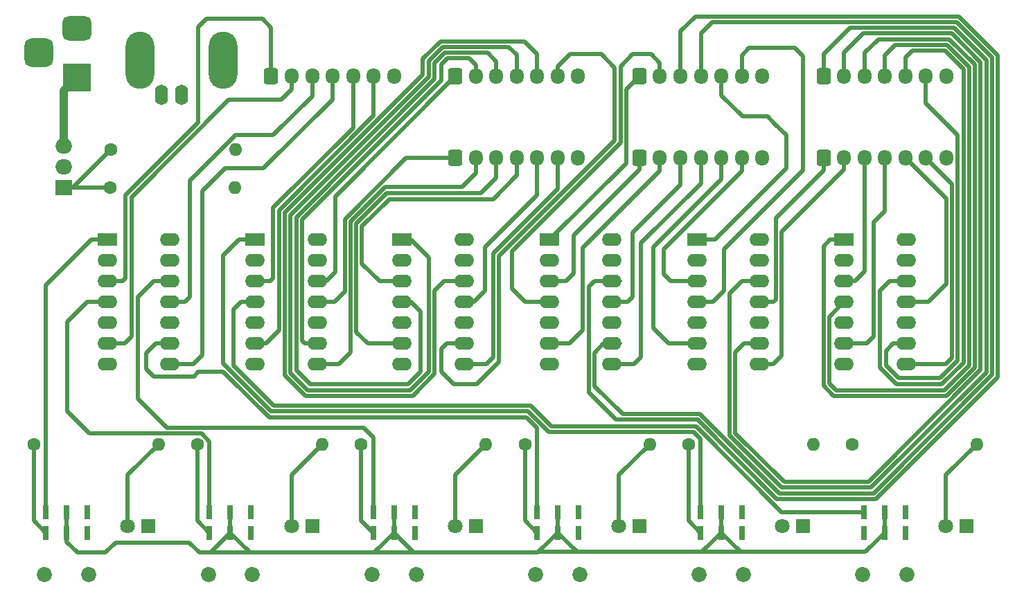
<source format=gbr>
%TF.GenerationSoftware,KiCad,Pcbnew,7.0.6*%
%TF.CreationDate,2023-12-11T13:02:44+00:00*%
%TF.ProjectId,BlankingRelay_Base,426c616e-6b69-46e6-9752-656c61795f42,rev?*%
%TF.SameCoordinates,Original*%
%TF.FileFunction,Copper,L1,Top*%
%TF.FilePolarity,Positive*%
%FSLAX46Y46*%
G04 Gerber Fmt 4.6, Leading zero omitted, Abs format (unit mm)*
G04 Created by KiCad (PCBNEW 7.0.6) date 2023-12-11 13:02:44*
%MOMM*%
%LPD*%
G01*
G04 APERTURE LIST*
G04 Aperture macros list*
%AMRoundRect*
0 Rectangle with rounded corners*
0 $1 Rounding radius*
0 $2 $3 $4 $5 $6 $7 $8 $9 X,Y pos of 4 corners*
0 Add a 4 corners polygon primitive as box body*
4,1,4,$2,$3,$4,$5,$6,$7,$8,$9,$2,$3,0*
0 Add four circle primitives for the rounded corners*
1,1,$1+$1,$2,$3*
1,1,$1+$1,$4,$5*
1,1,$1+$1,$6,$7*
1,1,$1+$1,$8,$9*
0 Add four rect primitives between the rounded corners*
20,1,$1+$1,$2,$3,$4,$5,0*
20,1,$1+$1,$4,$5,$6,$7,0*
20,1,$1+$1,$6,$7,$8,$9,0*
20,1,$1+$1,$8,$9,$2,$3,0*%
G04 Aperture macros list end*
%TA.AperFunction,ComponentPad*%
%ADD10C,1.600000*%
%TD*%
%TA.AperFunction,ComponentPad*%
%ADD11O,1.600000X1.600000*%
%TD*%
%TA.AperFunction,ComponentPad*%
%ADD12R,1.800000X1.800000*%
%TD*%
%TA.AperFunction,ComponentPad*%
%ADD13C,1.800000*%
%TD*%
%TA.AperFunction,ComponentPad*%
%ADD14R,2.400000X1.600000*%
%TD*%
%TA.AperFunction,ComponentPad*%
%ADD15O,2.400000X1.600000*%
%TD*%
%TA.AperFunction,ComponentPad*%
%ADD16R,0.750000X1.750000*%
%TD*%
%TA.AperFunction,ComponentPad*%
%ADD17C,1.850000*%
%TD*%
%TA.AperFunction,ComponentPad*%
%ADD18O,1.600200X2.499360*%
%TD*%
%TA.AperFunction,ComponentPad*%
%ADD19O,3.500120X7.000240*%
%TD*%
%TA.AperFunction,ComponentPad*%
%ADD20RoundRect,0.250000X-0.600000X-0.725000X0.600000X-0.725000X0.600000X0.725000X-0.600000X0.725000X0*%
%TD*%
%TA.AperFunction,ComponentPad*%
%ADD21O,1.700000X1.950000*%
%TD*%
%TA.AperFunction,ComponentPad*%
%ADD22R,3.500000X3.500000*%
%TD*%
%TA.AperFunction,ComponentPad*%
%ADD23RoundRect,0.750000X-1.000000X0.750000X-1.000000X-0.750000X1.000000X-0.750000X1.000000X0.750000X0*%
%TD*%
%TA.AperFunction,ComponentPad*%
%ADD24RoundRect,0.875000X-0.875000X0.875000X-0.875000X-0.875000X0.875000X-0.875000X0.875000X0.875000X0*%
%TD*%
%TA.AperFunction,ComponentPad*%
%ADD25R,2.000000X1.905000*%
%TD*%
%TA.AperFunction,ComponentPad*%
%ADD26O,2.000000X1.905000*%
%TD*%
%TA.AperFunction,Conductor*%
%ADD27C,0.500000*%
%TD*%
%TA.AperFunction,Conductor*%
%ADD28C,1.000000*%
%TD*%
%TA.AperFunction,Conductor*%
%ADD29C,0.250000*%
%TD*%
G04 APERTURE END LIST*
D10*
%TO.P,R2,1*%
%TO.N,Net-(SW2-Pad4)*%
X51000000Y-130000000D03*
D11*
%TO.P,R2,2*%
%TO.N,Net-(D2-Pad2)*%
X66240000Y-130000000D03*
%TD*%
D12*
%TO.P,D2,1,K*%
%TO.N,GNDREF*%
X65000000Y-140000000D03*
D13*
%TO.P,D2,2,A*%
%TO.N,Net-(D2-Pad2)*%
X62460000Y-140000000D03*
%TD*%
D14*
%TO.P,U4,1*%
%TO.N,On_13*%
X94000000Y-105000000D03*
D15*
%TO.P,U4,2*%
%TO.N,Blanking_In*%
X94000000Y-107540000D03*
%TO.P,U4,3*%
%TO.N,Blanking_Out13*%
X94000000Y-110080000D03*
%TO.P,U4,4*%
%TO.N,On_14*%
X94000000Y-112620000D03*
%TO.P,U4,5*%
%TO.N,Blanking_In*%
X94000000Y-115160000D03*
%TO.P,U4,6*%
%TO.N,Blanking_Out14*%
X94000000Y-117700000D03*
%TO.P,U4,7,GND*%
%TO.N,GNDREF*%
X94000000Y-120240000D03*
%TO.P,U4,8*%
%TO.N,Blanking_Out16*%
X101620000Y-120240000D03*
%TO.P,U4,9*%
%TO.N,On_16*%
X101620000Y-117700000D03*
%TO.P,U4,10*%
%TO.N,Blanking_In*%
X101620000Y-115160000D03*
%TO.P,U4,11*%
%TO.N,Blanking_Out15*%
X101620000Y-112620000D03*
%TO.P,U4,12*%
%TO.N,On_15*%
X101620000Y-110080000D03*
%TO.P,U4,13*%
%TO.N,Blanking_In*%
X101620000Y-107540000D03*
%TO.P,U4,14,VCC*%
%TO.N,5V*%
X101620000Y-105000000D03*
%TD*%
D16*
%TO.P,SW5,1,A*%
%TO.N,On_5*%
X112460000Y-138280000D03*
%TO.P,SW5,2,B*%
%TO.N,5V*%
X115000000Y-138280000D03*
%TO.P,SW5,3,C*%
%TO.N,unconnected-(SW5-Pad3)*%
X117540000Y-138280000D03*
%TO.P,SW5,4,A*%
%TO.N,Net-(SW5-Pad4)*%
X112460000Y-140820000D03*
%TO.P,SW5,5,B*%
%TO.N,5V*%
X115000000Y-140820000D03*
%TO.P,SW5,6,C*%
%TO.N,unconnected-(SW5-Pad6)*%
X117540000Y-140820000D03*
D17*
%TO.P,SW5,7*%
%TO.N,N/C*%
X112300000Y-145900000D03*
%TO.P,SW5,8*%
X117700000Y-145900000D03*
%TD*%
D10*
%TO.P,R99,1*%
%TO.N,Net-(R98-Pad1)*%
X40386000Y-93980000D03*
D11*
%TO.P,R99,2*%
%TO.N,GNDREF*%
X55626000Y-93980000D03*
%TD*%
D12*
%TO.P,D5,1,K*%
%TO.N,GNDREF*%
X125000000Y-140000000D03*
D13*
%TO.P,D5,2,A*%
%TO.N,Net-(D5-Pad2)*%
X122460000Y-140000000D03*
%TD*%
D12*
%TO.P,D6,1,K*%
%TO.N,GNDREF*%
X145000000Y-140000000D03*
D13*
%TO.P,D6,2,A*%
%TO.N,Net-(D6-Pad2)*%
X142460000Y-140000000D03*
%TD*%
D14*
%TO.P,U5,1*%
%TO.N,On_17*%
X112000000Y-105000000D03*
D15*
%TO.P,U5,2*%
%TO.N,Blanking_In*%
X112000000Y-107540000D03*
%TO.P,U5,3*%
%TO.N,Blanking_Out17*%
X112000000Y-110080000D03*
%TO.P,U5,4*%
%TO.N,On_18*%
X112000000Y-112620000D03*
%TO.P,U5,5*%
%TO.N,Blanking_In*%
X112000000Y-115160000D03*
%TO.P,U5,6*%
%TO.N,Blanking_Out18*%
X112000000Y-117700000D03*
%TO.P,U5,7,GND*%
%TO.N,GNDREF*%
X112000000Y-120240000D03*
%TO.P,U5,8*%
%TO.N,Blanking_Out20*%
X119620000Y-120240000D03*
%TO.P,U5,9*%
%TO.N,On_20*%
X119620000Y-117700000D03*
%TO.P,U5,10*%
%TO.N,Blanking_In*%
X119620000Y-115160000D03*
%TO.P,U5,11*%
%TO.N,Blanking_Out19*%
X119620000Y-112620000D03*
%TO.P,U5,12*%
%TO.N,On_19*%
X119620000Y-110080000D03*
%TO.P,U5,13*%
%TO.N,Blanking_In*%
X119620000Y-107540000D03*
%TO.P,U5,14,VCC*%
%TO.N,5V*%
X119620000Y-105000000D03*
%TD*%
D14*
%TO.P,U2,1*%
%TO.N,On_5*%
X58000000Y-105000000D03*
D15*
%TO.P,U2,2*%
%TO.N,Blanking_In*%
X58000000Y-107540000D03*
%TO.P,U2,3*%
%TO.N,Blanking_Out5*%
X58000000Y-110080000D03*
%TO.P,U2,4*%
%TO.N,On_6*%
X58000000Y-112620000D03*
%TO.P,U2,5*%
%TO.N,Blanking_In*%
X58000000Y-115160000D03*
%TO.P,U2,6*%
%TO.N,Blanking_Out6*%
X58000000Y-117700000D03*
%TO.P,U2,7,GND*%
%TO.N,GNDREF*%
X58000000Y-120240000D03*
%TO.P,U2,8*%
%TO.N,Blanking_Out8*%
X65620000Y-120240000D03*
%TO.P,U2,9*%
%TO.N,On_8*%
X65620000Y-117700000D03*
%TO.P,U2,10*%
%TO.N,Blanking_In*%
X65620000Y-115160000D03*
%TO.P,U2,11*%
%TO.N,Blanking_Out7*%
X65620000Y-112620000D03*
%TO.P,U2,12*%
%TO.N,On_7*%
X65620000Y-110080000D03*
%TO.P,U2,13*%
%TO.N,Blanking_In*%
X65620000Y-107540000D03*
%TO.P,U2,14,VCC*%
%TO.N,5V*%
X65620000Y-105000000D03*
%TD*%
D18*
%TO.P,J2,1,In*%
%TO.N,Blanking_In*%
X49060000Y-87281050D03*
%TO.P,J2,2,Ext*%
%TO.N,GNDREF*%
X46560640Y-87281050D03*
D19*
X54160320Y-83016390D03*
X43962220Y-83016390D03*
%TD*%
D16*
%TO.P,SW2,1,A*%
%TO.N,On_2*%
X52460000Y-138280000D03*
%TO.P,SW2,2,B*%
%TO.N,5V*%
X55000000Y-138280000D03*
%TO.P,SW2,3,C*%
%TO.N,unconnected-(SW2-Pad3)*%
X57540000Y-138280000D03*
%TO.P,SW2,4,A*%
%TO.N,Net-(SW2-Pad4)*%
X52460000Y-140820000D03*
%TO.P,SW2,5,B*%
%TO.N,5V*%
X55000000Y-140820000D03*
%TO.P,SW2,6,C*%
%TO.N,unconnected-(SW2-Pad6)*%
X57540000Y-140820000D03*
D17*
%TO.P,SW2,7*%
%TO.N,N/C*%
X52300000Y-145900000D03*
%TO.P,SW2,8*%
X57700000Y-145900000D03*
%TD*%
D16*
%TO.P,SW4,1,A*%
%TO.N,On_4*%
X92460000Y-138280000D03*
%TO.P,SW4,2,B*%
%TO.N,5V*%
X95000000Y-138280000D03*
%TO.P,SW4,3,C*%
%TO.N,unconnected-(SW4-Pad3)*%
X97540000Y-138280000D03*
%TO.P,SW4,4,A*%
%TO.N,Net-(SW4-Pad4)*%
X92460000Y-140820000D03*
%TO.P,SW4,5,B*%
%TO.N,5V*%
X95000000Y-140820000D03*
%TO.P,SW4,6,C*%
%TO.N,unconnected-(SW4-Pad6)*%
X97540000Y-140820000D03*
D17*
%TO.P,SW4,7*%
%TO.N,N/C*%
X92300000Y-145900000D03*
%TO.P,SW4,8*%
X97700000Y-145900000D03*
%TD*%
D10*
%TO.P,R98,1*%
%TO.N,Net-(R98-Pad1)*%
X40360000Y-98620000D03*
D11*
%TO.P,R98,2*%
%TO.N,5V*%
X55600000Y-98620000D03*
%TD*%
D16*
%TO.P,SW3,1,A*%
%TO.N,On_3*%
X72460000Y-138280000D03*
%TO.P,SW3,2,B*%
%TO.N,5V*%
X75000000Y-138280000D03*
%TO.P,SW3,3,C*%
%TO.N,unconnected-(SW3-Pad3)*%
X77540000Y-138280000D03*
%TO.P,SW3,4,A*%
%TO.N,Net-(SW3-Pad4)*%
X72460000Y-140820000D03*
%TO.P,SW3,5,B*%
%TO.N,5V*%
X75000000Y-140820000D03*
%TO.P,SW3,6,C*%
%TO.N,unconnected-(SW3-Pad6)*%
X77540000Y-140820000D03*
D17*
%TO.P,SW3,7*%
%TO.N,N/C*%
X72300000Y-145900000D03*
%TO.P,SW3,8*%
X77700000Y-145900000D03*
%TD*%
D20*
%TO.P,J6,1,Pin_1*%
%TO.N,Blanking_Out13*%
X105000000Y-95000000D03*
D21*
%TO.P,J6,2,Pin_2*%
%TO.N,Blanking_Out14*%
X107500000Y-95000000D03*
%TO.P,J6,3,Pin_3*%
%TO.N,Blanking_Out15*%
X110000000Y-95000000D03*
%TO.P,J6,4,Pin_4*%
%TO.N,Blanking_Out16*%
X112500000Y-95000000D03*
%TO.P,J6,5,Pin_5*%
%TO.N,Blanking_Out18*%
X115000000Y-95000000D03*
%TO.P,J6,6,Pin_6*%
%TO.N,Blanking_Out17*%
X117500000Y-95000000D03*
%TO.P,J6,7,Pin_7*%
%TO.N,GNDREF*%
X120000000Y-95000000D03*
%TD*%
D10*
%TO.P,R4,1*%
%TO.N,Net-(SW4-Pad4)*%
X91000000Y-130000000D03*
D11*
%TO.P,R4,2*%
%TO.N,Net-(D4-Pad2)*%
X106240000Y-130000000D03*
%TD*%
D14*
%TO.P,U1,1*%
%TO.N,On_1*%
X40000000Y-105000000D03*
D15*
%TO.P,U1,2*%
%TO.N,Blanking_In*%
X40000000Y-107540000D03*
%TO.P,U1,3*%
%TO.N,Blanking_Out1*%
X40000000Y-110080000D03*
%TO.P,U1,4*%
%TO.N,On_2*%
X40000000Y-112620000D03*
%TO.P,U1,5*%
%TO.N,Blanking_In*%
X40000000Y-115160000D03*
%TO.P,U1,6*%
%TO.N,Blanking_Out2*%
X40000000Y-117700000D03*
%TO.P,U1,7,GND*%
%TO.N,GNDREF*%
X40000000Y-120240000D03*
%TO.P,U1,8*%
%TO.N,Blanking_Out4*%
X47620000Y-120240000D03*
%TO.P,U1,9*%
%TO.N,On_4*%
X47620000Y-117700000D03*
%TO.P,U1,10*%
%TO.N,Blanking_In*%
X47620000Y-115160000D03*
%TO.P,U1,11*%
%TO.N,Blanking_Out3*%
X47620000Y-112620000D03*
%TO.P,U1,12*%
%TO.N,On_3*%
X47620000Y-110080000D03*
%TO.P,U1,13*%
%TO.N,Blanking_In*%
X47620000Y-107540000D03*
%TO.P,U1,14,VCC*%
%TO.N,5V*%
X47620000Y-105000000D03*
%TD*%
D10*
%TO.P,R3,1*%
%TO.N,Net-(SW3-Pad4)*%
X71000000Y-130000000D03*
D11*
%TO.P,R3,2*%
%TO.N,Net-(D3-Pad2)*%
X86240000Y-130000000D03*
%TD*%
D12*
%TO.P,D1,1,K*%
%TO.N,GNDREF*%
X45000000Y-140000000D03*
D13*
%TO.P,D1,2,A*%
%TO.N,Net-(D1-Pad2)*%
X42460000Y-140000000D03*
%TD*%
D10*
%TO.P,R5,1*%
%TO.N,Net-(SW5-Pad4)*%
X111000000Y-130000000D03*
D11*
%TO.P,R5,2*%
%TO.N,Net-(D5-Pad2)*%
X126240000Y-130000000D03*
%TD*%
D16*
%TO.P,SW1,1,A*%
%TO.N,On_1*%
X32460000Y-138280000D03*
%TO.P,SW1,2,B*%
%TO.N,5V*%
X35000000Y-138280000D03*
%TO.P,SW1,3,C*%
%TO.N,unconnected-(SW1-Pad3)*%
X37540000Y-138280000D03*
%TO.P,SW1,4,A*%
%TO.N,Net-(SW1-Pad4)*%
X32460000Y-140820000D03*
%TO.P,SW1,5,B*%
%TO.N,5V*%
X35000000Y-140820000D03*
%TO.P,SW1,6,C*%
%TO.N,unconnected-(SW1-Pad6)*%
X37540000Y-140820000D03*
D17*
%TO.P,SW1,7*%
%TO.N,N/C*%
X32300000Y-145900000D03*
%TO.P,SW1,8*%
X37700000Y-145900000D03*
%TD*%
D20*
%TO.P,J8,1,Pin_1*%
%TO.N,Blanking_Out19*%
X127500000Y-95000000D03*
D21*
%TO.P,J8,2,Pin_2*%
%TO.N,Blanking_Out20*%
X130000000Y-95000000D03*
%TO.P,J8,3,Pin_3*%
%TO.N,Blanking_Out21*%
X132500000Y-95000000D03*
%TO.P,J8,4,Pin_4*%
%TO.N,Blanking_Out22*%
X135000000Y-95000000D03*
%TO.P,J8,5,Pin_5*%
%TO.N,Blanking_Out23*%
X137500000Y-95000000D03*
%TO.P,J8,6,Pin_6*%
%TO.N,Blanking_Out24*%
X140000000Y-95000000D03*
%TO.P,J8,7,Pin_7*%
%TO.N,GNDREF*%
X142500000Y-95000000D03*
%TD*%
D20*
%TO.P,J7,1,Pin_1*%
%TO.N,On_13*%
X105000000Y-85000000D03*
D21*
%TO.P,J7,2,Pin_2*%
%TO.N,On_14*%
X107500000Y-85000000D03*
%TO.P,J7,3,Pin_3*%
%TO.N,On_15*%
X110000000Y-85000000D03*
%TO.P,J7,4,Pin_4*%
%TO.N,On_16*%
X112500000Y-85000000D03*
%TO.P,J7,5,Pin_5*%
%TO.N,On_17*%
X115000000Y-85000000D03*
%TO.P,J7,6,Pin_6*%
%TO.N,On_18*%
X117500000Y-85000000D03*
%TO.P,J7,7,Pin_7*%
%TO.N,5V*%
X120000000Y-85000000D03*
%TD*%
D22*
%TO.P,J1,1*%
%TO.N,+9V*%
X36287500Y-85120000D03*
D23*
%TO.P,J1,2*%
%TO.N,GNDREF*%
X36287500Y-79120000D03*
D24*
%TO.P,J1,3*%
X31587500Y-82120000D03*
%TD*%
D20*
%TO.P,J9,1,Pin_1*%
%TO.N,On_19*%
X127500000Y-85000000D03*
D21*
%TO.P,J9,2,Pin_2*%
%TO.N,On_20*%
X130000000Y-85000000D03*
%TO.P,J9,3,Pin_3*%
%TO.N,On_21*%
X132500000Y-85000000D03*
%TO.P,J9,4,Pin_4*%
%TO.N,On_22*%
X135000000Y-85000000D03*
%TO.P,J9,5,Pin_5*%
%TO.N,On_23*%
X137500000Y-85000000D03*
%TO.P,J9,6,Pin_6*%
%TO.N,On_24*%
X140000000Y-85000000D03*
%TO.P,J9,7,Pin_7*%
%TO.N,5V*%
X142500000Y-85000000D03*
%TD*%
D20*
%TO.P,J3,1,Pin_1*%
%TO.N,Blanking_Out1*%
X60000000Y-85000000D03*
D21*
%TO.P,J3,2,Pin_2*%
%TO.N,Blanking_Out2*%
X62500000Y-85000000D03*
%TO.P,J3,3,Pin_3*%
%TO.N,Blanking_Out3*%
X65000000Y-85000000D03*
%TO.P,J3,4,Pin_4*%
%TO.N,Blanking_Out4*%
X67500000Y-85000000D03*
%TO.P,J3,5,Pin_5*%
%TO.N,Blanking_Out5*%
X70000000Y-85000000D03*
%TO.P,J3,6,Pin_6*%
%TO.N,Blanking_Out6*%
X72500000Y-85000000D03*
%TO.P,J3,7,Pin_7*%
%TO.N,GNDREF*%
X75000000Y-85000000D03*
%TD*%
D12*
%TO.P,D4,1,K*%
%TO.N,GNDREF*%
X105000000Y-140000000D03*
D13*
%TO.P,D4,2,A*%
%TO.N,Net-(D4-Pad2)*%
X102460000Y-140000000D03*
%TD*%
D10*
%TO.P,R6,1*%
%TO.N,Net-(SW6-Pad4)*%
X131000000Y-130000000D03*
D11*
%TO.P,R6,2*%
%TO.N,Net-(D6-Pad2)*%
X146240000Y-130000000D03*
%TD*%
D14*
%TO.P,U6,1*%
%TO.N,On_21*%
X130000000Y-105000000D03*
D15*
%TO.P,U6,2*%
%TO.N,Blanking_In*%
X130000000Y-107540000D03*
%TO.P,U6,3*%
%TO.N,Blanking_Out21*%
X130000000Y-110080000D03*
%TO.P,U6,4*%
%TO.N,On_22*%
X130000000Y-112620000D03*
%TO.P,U6,5*%
%TO.N,Blanking_In*%
X130000000Y-115160000D03*
%TO.P,U6,6*%
%TO.N,Blanking_Out22*%
X130000000Y-117700000D03*
%TO.P,U6,7,GND*%
%TO.N,GNDREF*%
X130000000Y-120240000D03*
%TO.P,U6,8*%
%TO.N,Blanking_Out24*%
X137620000Y-120240000D03*
%TO.P,U6,9*%
%TO.N,On_24*%
X137620000Y-117700000D03*
%TO.P,U6,10*%
%TO.N,Blanking_In*%
X137620000Y-115160000D03*
%TO.P,U6,11*%
%TO.N,Blanking_Out23*%
X137620000Y-112620000D03*
%TO.P,U6,12*%
%TO.N,On_23*%
X137620000Y-110080000D03*
%TO.P,U6,13*%
%TO.N,Blanking_In*%
X137620000Y-107540000D03*
%TO.P,U6,14,VCC*%
%TO.N,5V*%
X137620000Y-105000000D03*
%TD*%
D16*
%TO.P,SW6,1,A*%
%TO.N,On_6*%
X132460000Y-138280000D03*
%TO.P,SW6,2,B*%
%TO.N,5V*%
X135000000Y-138280000D03*
%TO.P,SW6,3,C*%
%TO.N,unconnected-(SW6-Pad3)*%
X137540000Y-138280000D03*
%TO.P,SW6,4,A*%
%TO.N,Net-(SW6-Pad4)*%
X132460000Y-140820000D03*
%TO.P,SW6,5,B*%
%TO.N,5V*%
X135000000Y-140820000D03*
%TO.P,SW6,6,C*%
%TO.N,unconnected-(SW6-Pad6)*%
X137540000Y-140820000D03*
D17*
%TO.P,SW6,7*%
%TO.N,N/C*%
X132300000Y-145900000D03*
%TO.P,SW6,8*%
X137700000Y-145900000D03*
%TD*%
D12*
%TO.P,D3,1,K*%
%TO.N,GNDREF*%
X85000000Y-140000000D03*
D13*
%TO.P,D3,2,A*%
%TO.N,Net-(D3-Pad2)*%
X82460000Y-140000000D03*
%TD*%
D20*
%TO.P,J4,1,Pin_1*%
%TO.N,Blanking_Out7*%
X82500000Y-95000000D03*
D21*
%TO.P,J4,2,Pin_2*%
%TO.N,Blanking_Out8*%
X85000000Y-95000000D03*
%TO.P,J4,3,Pin_3*%
%TO.N,Blanking_Out9*%
X87500000Y-95000000D03*
%TO.P,J4,4,Pin_4*%
%TO.N,Blanking_Out10*%
X90000000Y-95000000D03*
%TO.P,J4,5,Pin_5*%
%TO.N,Blanking_Out11*%
X92500000Y-95000000D03*
%TO.P,J4,6,Pin_6*%
%TO.N,Blanking_Out12*%
X95000000Y-95000000D03*
%TO.P,J4,7,Pin_7*%
%TO.N,GNDREF*%
X97500000Y-95000000D03*
%TD*%
D14*
%TO.P,U3,1*%
%TO.N,On_10*%
X76000000Y-105000000D03*
D15*
%TO.P,U3,2*%
%TO.N,Blanking_In*%
X76000000Y-107540000D03*
%TO.P,U3,3*%
%TO.N,Blanking_Out10*%
X76000000Y-110080000D03*
%TO.P,U3,4*%
%TO.N,On_9*%
X76000000Y-112620000D03*
%TO.P,U3,5*%
%TO.N,Blanking_In*%
X76000000Y-115160000D03*
%TO.P,U3,6*%
%TO.N,Blanking_Out9*%
X76000000Y-117700000D03*
%TO.P,U3,7,GND*%
%TO.N,GNDREF*%
X76000000Y-120240000D03*
%TO.P,U3,8*%
%TO.N,Blanking_Out12*%
X83620000Y-120240000D03*
%TO.P,U3,9*%
%TO.N,On_12*%
X83620000Y-117700000D03*
%TO.P,U3,10*%
%TO.N,Blanking_In*%
X83620000Y-115160000D03*
%TO.P,U3,11*%
%TO.N,Blanking_Out11*%
X83620000Y-112620000D03*
%TO.P,U3,12*%
%TO.N,On_11*%
X83620000Y-110080000D03*
%TO.P,U3,13*%
%TO.N,Blanking_In*%
X83620000Y-107540000D03*
%TO.P,U3,14,VCC*%
%TO.N,5V*%
X83620000Y-105000000D03*
%TD*%
D25*
%TO.P,U0,1,ADJ*%
%TO.N,Net-(R98-Pad1)*%
X34675000Y-98590000D03*
D26*
%TO.P,U0,2,VO*%
%TO.N,5V*%
X34675000Y-96050000D03*
%TO.P,U0,3,VI*%
%TO.N,+9V*%
X34675000Y-93510000D03*
%TD*%
D20*
%TO.P,J5,1,Pin_1*%
%TO.N,On_7*%
X82500000Y-85000000D03*
D21*
%TO.P,J5,2,Pin_2*%
%TO.N,On_8*%
X85000000Y-85000000D03*
%TO.P,J5,3,Pin_3*%
%TO.N,On_9*%
X87500000Y-85000000D03*
%TO.P,J5,4,Pin_4*%
%TO.N,On_10*%
X90000000Y-85000000D03*
%TO.P,J5,5,Pin_5*%
%TO.N,On_11*%
X92500000Y-85000000D03*
%TO.P,J5,6,Pin_6*%
%TO.N,On_12*%
X95000000Y-85000000D03*
%TO.P,J5,7,Pin_7*%
%TO.N,5V*%
X97500000Y-85000000D03*
%TD*%
D10*
%TO.P,R1,1*%
%TO.N,Net-(SW1-Pad4)*%
X31000000Y-130000000D03*
D11*
%TO.P,R1,2*%
%TO.N,Net-(D1-Pad2)*%
X46240000Y-130000000D03*
%TD*%
D27*
%TO.N,On_3*%
X71300480Y-128000480D02*
X47228480Y-128000480D01*
%TO.N,On_4*%
X45876000Y-117700000D02*
X47620000Y-117700000D01*
X44704000Y-118872000D02*
X45876000Y-117700000D01*
X44704000Y-120804000D02*
X44704000Y-118872000D01*
X45616800Y-121716800D02*
X44704000Y-120804000D01*
X50546000Y-121716800D02*
X45616800Y-121716800D01*
X54152800Y-121158000D02*
X51104800Y-121158000D01*
X54710730Y-121689270D02*
X54684070Y-121689270D01*
X54684070Y-121689270D02*
X54152800Y-121158000D01*
X91186000Y-126746000D02*
X59767460Y-126746000D01*
X92460000Y-128020000D02*
X91186000Y-126746000D01*
X92460000Y-138280000D02*
X92460000Y-128020000D01*
X59767460Y-126746000D02*
X54710730Y-121689270D01*
X51104800Y-121158000D02*
X50546000Y-121716800D01*
%TO.N,5V*%
X35000000Y-141934000D02*
X35000000Y-140820000D01*
X39744000Y-143256000D02*
X36322000Y-143256000D01*
X50000000Y-142000000D02*
X41000000Y-142000000D01*
X36322000Y-143256000D02*
X35000000Y-141934000D01*
X52564000Y-143256000D02*
X51256000Y-143256000D01*
X51256000Y-143256000D02*
X50000000Y-142000000D01*
X41000000Y-142000000D02*
X39744000Y-143256000D01*
%TO.N,Net-(D1-Pad2)*%
X42460000Y-133780000D02*
X46240000Y-130000000D01*
X42460000Y-140000000D02*
X42460000Y-133780000D01*
%TO.N,Net-(D2-Pad2)*%
X62460000Y-140000000D02*
X62460000Y-133780000D01*
X62460000Y-133780000D02*
X66240000Y-130000000D01*
%TO.N,Net-(D3-Pad2)*%
X82460000Y-140000000D02*
X82460000Y-133780000D01*
X82460000Y-133780000D02*
X86240000Y-130000000D01*
%TO.N,Net-(D4-Pad2)*%
X102460000Y-140000000D02*
X102460000Y-133780000D01*
X102460000Y-133780000D02*
X106240000Y-130000000D01*
%TO.N,Net-(D6-Pad2)*%
X142460000Y-140000000D02*
X142460000Y-133780000D01*
X142460000Y-133780000D02*
X146240000Y-130000000D01*
D28*
%TO.N,+9V*%
X34675000Y-86732500D02*
X36287500Y-85120000D01*
X34675000Y-93510000D02*
X34675000Y-86732500D01*
D27*
%TO.N,Blanking_Out1*%
X51054000Y-78994000D02*
X52070000Y-77978000D01*
X52070000Y-77978000D02*
X58928000Y-77978000D01*
X40858480Y-110080000D02*
X40000000Y-110080000D01*
X58928000Y-77978000D02*
X60000000Y-79050000D01*
X51054000Y-90678000D02*
X51054000Y-78994000D01*
X41812000Y-110080000D02*
X40000000Y-110080000D01*
X42164000Y-99568000D02*
X42164000Y-109728000D01*
X42291000Y-99441000D02*
X42164000Y-99568000D01*
X42291000Y-99441000D02*
X51054000Y-90678000D01*
X42164000Y-109728000D02*
X41812000Y-110080000D01*
X60000000Y-79050000D02*
X60000000Y-85000000D01*
%TO.N,Blanking_Out2*%
X61214000Y-87884000D02*
X62500000Y-86598000D01*
X42066000Y-117700000D02*
X42926000Y-116840000D01*
X42926000Y-116840000D02*
X42926000Y-99822000D01*
X62500000Y-86598000D02*
X62500000Y-85000000D01*
X54837270Y-87884000D02*
X61214000Y-87884000D01*
X42912635Y-99808635D02*
X54837270Y-87884000D01*
X40000000Y-117700000D02*
X42066000Y-117700000D01*
X42926000Y-99822000D02*
X42912635Y-99808635D01*
%TO.N,Blanking_Out3*%
X49432000Y-112620000D02*
X50038000Y-112014000D01*
X65000000Y-87400000D02*
X65000000Y-85000000D01*
X50038000Y-97800924D02*
X55636924Y-92202000D01*
X60198000Y-92202000D02*
X65000000Y-87400000D01*
X55636924Y-92202000D02*
X60198000Y-92202000D01*
X47620000Y-112620000D02*
X49432000Y-112620000D01*
X50038000Y-112014000D02*
X50038000Y-97800924D01*
%TO.N,Blanking_Out4*%
X67500000Y-87820000D02*
X67500000Y-85000000D01*
X50448000Y-120240000D02*
X51562000Y-119126000D01*
X59054000Y-96266000D02*
X67500000Y-87820000D01*
X47620000Y-120240000D02*
X50448000Y-120240000D01*
X51562000Y-99060000D02*
X54356000Y-96266000D01*
X51562000Y-119126000D02*
X51562000Y-99060000D01*
X54356000Y-96266000D02*
X59054000Y-96266000D01*
%TO.N,Blanking_Out5*%
X70000000Y-91343460D02*
X70000000Y-85000000D01*
X60256401Y-109669599D02*
X60256401Y-101087059D01*
X59846000Y-110080000D02*
X60256401Y-109669599D01*
X60256401Y-101087059D02*
X70000000Y-91343460D01*
X58000000Y-110080000D02*
X59846000Y-110080000D01*
%TO.N,Blanking_Out6*%
X59338000Y-117700000D02*
X60955921Y-116082079D01*
X58000000Y-117700000D02*
X59338000Y-117700000D01*
X60955920Y-101376810D02*
X60955921Y-116082079D01*
X72500000Y-85000000D02*
X72500000Y-89832730D01*
X72500000Y-89832730D02*
X60955920Y-101376810D01*
%TO.N,Blanking_Out7*%
X68995520Y-111344480D02*
X67720000Y-112620000D01*
X68995520Y-102462480D02*
X68995520Y-111344480D01*
X82500000Y-95000000D02*
X76458000Y-95000000D01*
X76458000Y-95000000D02*
X68995520Y-102462480D01*
X67720000Y-112620000D02*
X65620000Y-112620000D01*
%TO.N,Blanking_Out8*%
X65620000Y-120240000D02*
X68228000Y-120240000D01*
X69695040Y-102752230D02*
X73895270Y-98552000D01*
X68228000Y-120240000D02*
X69695040Y-118772960D01*
X85000000Y-96864000D02*
X85000000Y-95000000D01*
X73895270Y-98552000D02*
X83312000Y-98552000D01*
X83312000Y-98552000D02*
X85000000Y-96864000D01*
X69695040Y-118772960D02*
X69695040Y-102752230D01*
%TO.N,Blanking_Out9*%
X70394560Y-116295440D02*
X70394560Y-103041980D01*
X85592000Y-99314000D02*
X87500000Y-97406000D01*
X70394560Y-103041980D02*
X74122540Y-99314000D01*
X87500000Y-97406000D02*
X87500000Y-95000000D01*
X71799120Y-117700000D02*
X70394560Y-116295440D01*
X76000000Y-117700000D02*
X71799120Y-117700000D01*
X74122540Y-99314000D02*
X85592000Y-99314000D01*
%TO.N,Blanking_Out10*%
X90000000Y-95000000D02*
X90000000Y-97112000D01*
X87098481Y-100013519D02*
X74412291Y-100013519D01*
X71094080Y-103331730D02*
X71094080Y-107924080D01*
X73250000Y-110080000D02*
X76000000Y-110080000D01*
X74412291Y-100013519D02*
X71094080Y-103331730D01*
X71094080Y-107924080D02*
X73250000Y-110080000D01*
X90000000Y-97112000D02*
X87098481Y-100013519D01*
%TO.N,Blanking_Out11*%
X86106000Y-105918000D02*
X86106000Y-111252000D01*
X84738000Y-112620000D02*
X83620000Y-112620000D01*
X92500000Y-99524000D02*
X86106000Y-105918000D01*
X86106000Y-111252000D02*
X84738000Y-112620000D01*
X92500000Y-95000000D02*
X92500000Y-99524000D01*
%TO.N,Blanking_Out12*%
X86262000Y-120240000D02*
X83620000Y-120240000D01*
X87122000Y-106680000D02*
X87122000Y-119380000D01*
X95000000Y-98802000D02*
X87122000Y-106680000D01*
X87122000Y-119380000D02*
X86262000Y-120240000D01*
X95000000Y-95000000D02*
X95000000Y-98802000D01*
%TO.N,On_7*%
X67818000Y-99682000D02*
X67818000Y-108966000D01*
X82500000Y-85000000D02*
X67818000Y-99682000D01*
X66704000Y-110080000D02*
X65620000Y-110080000D01*
X67818000Y-108966000D02*
X66704000Y-110080000D01*
%TO.N,On_8*%
X85000000Y-85000000D02*
X85000000Y-83656000D01*
X81534000Y-82804000D02*
X80772000Y-83566000D01*
X80772000Y-83566000D02*
X80772000Y-85517810D01*
X78572905Y-87716905D02*
X63754000Y-102535810D01*
X63754000Y-117348000D02*
X64106000Y-117700000D01*
X78572905Y-87716905D02*
X78806560Y-87483250D01*
X84148000Y-82804000D02*
X81534000Y-82804000D01*
X63754000Y-102535810D02*
X63754000Y-117348000D01*
X80772000Y-85517810D02*
X78572905Y-87716905D01*
X64106000Y-117700000D02*
X65620000Y-117700000D01*
X85000000Y-83656000D02*
X84148000Y-82804000D01*
%TO.N,On_9*%
X63054480Y-120966480D02*
X64770000Y-122682000D01*
X81244249Y-82104481D02*
X79983270Y-83365460D01*
X79983270Y-85317270D02*
X63054480Y-102246060D01*
X64770000Y-122682000D02*
X76708000Y-122682000D01*
X79983270Y-83365460D02*
X79983270Y-85317270D01*
X78232000Y-121158000D02*
X78232000Y-113792000D01*
X63054480Y-102246060D02*
X63054480Y-120966480D01*
X87500000Y-83182000D02*
X86422481Y-82104481D01*
X86422481Y-82104481D02*
X81244249Y-82104481D01*
X78232000Y-113792000D02*
X77060000Y-112620000D01*
X87500000Y-85000000D02*
X87500000Y-83182000D01*
X77060000Y-112620000D02*
X76000000Y-112620000D01*
X76708000Y-122682000D02*
X78232000Y-121158000D01*
X76806000Y-112620000D02*
X75000000Y-112620000D01*
%TO.N,On_10*%
X75000000Y-105000000D02*
X76806000Y-105000000D01*
X79248000Y-121131270D02*
X79248000Y-107188000D01*
X76997751Y-123381519D02*
X79248000Y-121131270D01*
X77075635Y-87235635D02*
X77407520Y-86903750D01*
X90000000Y-85000000D02*
X90000000Y-82380000D01*
X65594481Y-123381519D02*
X76997751Y-123381519D01*
X90000000Y-82380000D02*
X89024961Y-81404961D01*
X64480250Y-123381520D02*
X65594481Y-123381519D01*
X77060000Y-105000000D02*
X76000000Y-105000000D01*
X62354960Y-101956310D02*
X62354960Y-121256230D01*
X89024961Y-81404961D02*
X80954499Y-81404961D01*
X79248000Y-107188000D02*
X77060000Y-105000000D01*
X79234635Y-83124825D02*
X79234635Y-85076635D01*
X62354960Y-121256230D02*
X64480250Y-123381520D01*
X79234635Y-85076635D02*
X77075635Y-87235635D01*
X77075635Y-87235635D02*
X62354960Y-101956310D01*
X80954499Y-81404961D02*
X79234635Y-83124825D01*
%TO.N,On_11*%
X80664749Y-80705441D02*
X78535116Y-82835074D01*
X79947520Y-111252000D02*
X81119520Y-110080000D01*
X92500000Y-85000000D02*
X92500000Y-82252000D01*
X78535115Y-84786885D02*
X61655440Y-101666560D01*
X78535116Y-82835074D02*
X78535115Y-84786885D01*
X81119520Y-110080000D02*
X83620000Y-110080000D01*
X79947520Y-121421020D02*
X79947520Y-111252000D01*
X64190500Y-124081040D02*
X77287501Y-124081039D01*
X90953441Y-80705441D02*
X80664749Y-80705441D01*
X77287501Y-124081039D02*
X79947520Y-121421020D01*
X61655440Y-101666560D02*
X61655440Y-121545980D01*
X61655440Y-121545980D02*
X64190500Y-124081040D01*
X92500000Y-82252000D02*
X90953441Y-80705441D01*
%TO.N,On_12*%
X80772000Y-121158000D02*
X80772000Y-118364000D01*
X96520000Y-82296000D02*
X95000000Y-83816000D01*
X100076000Y-94742000D02*
X87821520Y-106996480D01*
X85090000Y-122682000D02*
X82296000Y-122682000D01*
X81436000Y-117700000D02*
X83620000Y-117700000D01*
X101978960Y-83944960D02*
X100330000Y-82296000D01*
X87821520Y-119950480D02*
X85090000Y-122682000D01*
X100076000Y-94742000D02*
X100897458Y-93920542D01*
X101978960Y-92839040D02*
X101978960Y-83944960D01*
X100330000Y-82296000D02*
X96520000Y-82296000D01*
X100076000Y-94742000D02*
X101978960Y-92839040D01*
X82296000Y-122682000D02*
X80772000Y-121158000D01*
X87821520Y-106996480D02*
X87821520Y-119950480D01*
X80772000Y-118364000D02*
X81436000Y-117700000D01*
X95000000Y-83816000D02*
X95000000Y-85000000D01*
%TO.N,5V*%
X72564000Y-143256000D02*
X77436000Y-143256000D01*
X135000000Y-138280000D02*
X135000000Y-140820000D01*
X92637000Y-143183000D02*
X95000000Y-140820000D01*
X52564000Y-143256000D02*
X55000000Y-140820000D01*
X72564000Y-143256000D02*
X75000000Y-140820000D01*
X77436000Y-143256000D02*
X92564000Y-143256000D01*
X95000000Y-138280000D02*
X95000000Y-140820000D01*
X117363000Y-143183000D02*
X118291000Y-143183000D01*
X118291000Y-143183000D02*
X132637000Y-143183000D01*
X95000000Y-140820000D02*
X97363000Y-143183000D01*
X92564000Y-143256000D02*
X92637000Y-143183000D01*
X57436000Y-143256000D02*
X72564000Y-143256000D01*
X115000000Y-140820000D02*
X117363000Y-143183000D01*
X115000000Y-138280000D02*
X115000000Y-140820000D01*
X115000000Y-140820000D02*
X112637000Y-143183000D01*
X92637000Y-143183000D02*
X99241000Y-143183000D01*
X97363000Y-143183000D02*
X99241000Y-143183000D01*
X99241000Y-143183000D02*
X111833000Y-143183000D01*
X35000000Y-138280000D02*
X35000000Y-140820000D01*
X55000000Y-140820000D02*
X57436000Y-143256000D01*
X75000000Y-138280000D02*
X75000000Y-140820000D01*
X112637000Y-143183000D02*
X111833000Y-143183000D01*
X52564000Y-143256000D02*
X57436000Y-143256000D01*
X55000000Y-138280000D02*
X55000000Y-140820000D01*
X75000000Y-140820000D02*
X77436000Y-143256000D01*
X132637000Y-143183000D02*
X135000000Y-140820000D01*
X111833000Y-143183000D02*
X118291000Y-143183000D01*
%TO.N,Blanking_Out13*%
X96952000Y-109144000D02*
X96016000Y-110080000D01*
X96952000Y-104470000D02*
X105000000Y-96422000D01*
X96016000Y-110080000D02*
X94000000Y-110080000D01*
X96952000Y-104470000D02*
X96952000Y-109144000D01*
X105000000Y-96422000D02*
X105000000Y-95000000D01*
%TO.N,Blanking_Out14*%
X98102000Y-116020000D02*
X98102000Y-108008000D01*
X98102000Y-108008000D02*
X98102000Y-105976000D01*
X98102000Y-105976000D02*
X107500000Y-96578000D01*
X107500000Y-96578000D02*
X107500000Y-95000000D01*
X94000000Y-117700000D02*
X96422000Y-117700000D01*
X96422000Y-117700000D02*
X98102000Y-116020000D01*
%TO.N,Blanking_Out15*%
X110000000Y-98280000D02*
X110000000Y-95000000D01*
X104140000Y-104140000D02*
X110000000Y-98280000D01*
X101620000Y-112620000D02*
X103534000Y-112620000D01*
X103534000Y-112620000D02*
X104140000Y-112014000D01*
X104140000Y-112014000D02*
X104140000Y-104140000D01*
%TO.N,Blanking_Out16*%
X105156000Y-119380000D02*
X104296000Y-120240000D01*
X105156000Y-105410000D02*
X105156000Y-119380000D01*
X112500000Y-95000000D02*
X112500000Y-98066000D01*
X104296000Y-120240000D02*
X101620000Y-120240000D01*
X112500000Y-98066000D02*
X105156000Y-105410000D01*
%TO.N,Blanking_Out17*%
X108810000Y-110080000D02*
X107950000Y-109220000D01*
X107950000Y-106150978D02*
X117500000Y-96600978D01*
X112000000Y-110080000D02*
X108810000Y-110080000D01*
X117500000Y-96600978D02*
X117500000Y-95000000D01*
X107950000Y-109220000D02*
X107950000Y-106150978D01*
%TO.N,Blanking_Out18*%
X115000000Y-97598000D02*
X106680000Y-105918000D01*
X106680000Y-115824000D02*
X108556000Y-117700000D01*
X115000000Y-95000000D02*
X115000000Y-97598000D01*
X106680000Y-105918000D02*
X106680000Y-115824000D01*
X108556000Y-117700000D02*
X112000000Y-117700000D01*
%TO.N,On_13*%
X103378000Y-95622000D02*
X94000000Y-105000000D01*
X103378000Y-94996000D02*
X103378000Y-94488000D01*
X104992000Y-85000000D02*
X105000000Y-85000000D01*
X103378000Y-94488000D02*
X103378000Y-90424000D01*
X103378000Y-90424000D02*
X103378000Y-86614000D01*
X103378000Y-90424000D02*
X103378000Y-95622000D01*
X103378000Y-86614000D02*
X104992000Y-85000000D01*
%TO.N,On_14*%
X91030000Y-112620000D02*
X94000000Y-112620000D01*
X107500000Y-83370000D02*
X106426000Y-82296000D01*
X106426000Y-82296000D02*
X104140000Y-82296000D01*
X89408000Y-110998000D02*
X91030000Y-112620000D01*
X102678480Y-93128790D02*
X89408000Y-106399270D01*
X104140000Y-82296000D02*
X102678480Y-83757520D01*
X107500000Y-85000000D02*
X107500000Y-83370000D01*
X102678480Y-83757520D02*
X102678480Y-93128790D01*
X89408000Y-106399270D02*
X89408000Y-110998000D01*
%TO.N,On_15*%
X112095921Y-127005381D02*
X112095921Y-127004079D01*
X142564638Y-77653362D02*
X144040984Y-77653364D01*
X102112079Y-127004079D02*
X98801519Y-123693519D01*
X144238445Y-126338445D02*
X133876890Y-136700000D01*
X101620000Y-110080000D02*
X99470000Y-110080000D01*
X133876890Y-136700000D02*
X121790540Y-136700000D01*
X98801519Y-123693519D02*
X99630480Y-124522480D01*
X102620000Y-110080000D02*
X100994000Y-110080000D01*
X148797599Y-82409979D02*
X148797599Y-121779291D01*
X144238445Y-126338445D02*
X143572810Y-127004080D01*
X110000000Y-85000000D02*
X110000000Y-79484000D01*
X110000000Y-79484000D02*
X111830638Y-77653362D01*
X148797599Y-121779291D02*
X144238445Y-126338445D01*
X98801519Y-110748481D02*
X98801519Y-123693519D01*
X99470000Y-110080000D02*
X98801519Y-110748481D01*
X112095921Y-127004079D02*
X102112079Y-127004079D01*
X111830638Y-77653362D02*
X142564638Y-77653362D01*
X144040984Y-77653364D02*
X148797599Y-82409979D01*
X121790540Y-136700000D02*
X112095921Y-127005381D01*
%TO.N,On_16*%
X112500000Y-85000000D02*
X112500000Y-79734000D01*
X100606078Y-117700000D02*
X101620000Y-117700000D01*
X148098079Y-82699729D02*
X148098079Y-121489541D01*
X112385672Y-126304560D02*
X102936560Y-126304560D01*
X148098079Y-121489541D02*
X133587140Y-136000480D01*
X143751233Y-78352883D02*
X148098079Y-82699729D01*
X122080290Y-136000480D02*
X122080290Y-135999178D01*
X112500000Y-79734000D02*
X113881118Y-78352882D01*
X122080290Y-135999178D02*
X112385672Y-126304560D01*
X102620000Y-117700000D02*
X100994000Y-117700000D01*
X99501039Y-118805039D02*
X100606078Y-117700000D01*
X99501039Y-122869039D02*
X99501039Y-118805039D01*
X133587140Y-136000480D02*
X122080290Y-136000480D01*
X113881118Y-78352882D02*
X143751233Y-78352883D01*
X102936560Y-126304560D02*
X99501039Y-122869039D01*
%TO.N,On_17*%
X115000000Y-87314000D02*
X117602000Y-89916000D01*
X114202000Y-105000000D02*
X112000000Y-105000000D01*
X121539000Y-90805000D02*
X120650000Y-89916000D01*
X115000000Y-85000000D02*
X115000000Y-87314000D01*
X122936000Y-96266000D02*
X114202000Y-105000000D01*
X121539000Y-90805000D02*
X122936000Y-92202000D01*
X117602000Y-89916000D02*
X120650000Y-89916000D01*
X122936000Y-92202000D02*
X122936000Y-96266000D01*
%TO.N,On_18*%
X124968000Y-82550000D02*
X123952000Y-81534000D01*
X115316000Y-111252000D02*
X115316000Y-106172000D01*
X118364000Y-81534000D02*
X117500000Y-82398000D01*
X123952000Y-81534000D02*
X118364000Y-81534000D01*
X124968000Y-96520000D02*
X124968000Y-91186000D01*
X117500000Y-82398000D02*
X117500000Y-85000000D01*
X115316000Y-106172000D02*
X124968000Y-96520000D01*
X124968000Y-91186000D02*
X124968000Y-82550000D01*
X113948000Y-112620000D02*
X115316000Y-111252000D01*
X112000000Y-112620000D02*
X113948000Y-112620000D01*
%TO.N,Blanking_Out19*%
X127500000Y-95000000D02*
X127500000Y-96500000D01*
X121380000Y-112620000D02*
X119620000Y-112620000D01*
X121700000Y-112300000D02*
X121380000Y-112620000D01*
X121700000Y-102300000D02*
X121700000Y-112300000D01*
X127500000Y-96500000D02*
X121700000Y-102300000D01*
%TO.N,Blanking_Out20*%
X121314000Y-120240000D02*
X122399520Y-119154480D01*
X130000000Y-96399520D02*
X130000000Y-95000000D01*
X122399520Y-119154480D02*
X122399520Y-104000000D01*
X122399520Y-104000000D02*
X130000000Y-96399520D01*
X119620000Y-120240000D02*
X121314000Y-120240000D01*
%TO.N,Blanking_Out21*%
X131298000Y-110080000D02*
X130000000Y-110080000D01*
X132500000Y-95000000D02*
X132500000Y-96432000D01*
X132500000Y-95000000D02*
X132500000Y-108878000D01*
X132500000Y-108878000D02*
X131298000Y-110080000D01*
%TO.N,Blanking_Out22*%
X133604000Y-102870000D02*
X135000000Y-101474000D01*
X132744000Y-117700000D02*
X133604000Y-116840000D01*
X130000000Y-117700000D02*
X132744000Y-117700000D01*
X135000000Y-101474000D02*
X135000000Y-95000000D01*
X133604000Y-116840000D02*
X133604000Y-102870000D01*
%TO.N,Blanking_Out23*%
X140280000Y-112620000D02*
X142500960Y-110399040D01*
X142500960Y-110399040D02*
X142500960Y-100000000D01*
X137500960Y-95000000D02*
X137500000Y-95000000D01*
X142500960Y-100000000D02*
X137500960Y-95000000D01*
X137620000Y-112620000D02*
X140280000Y-112620000D01*
%TO.N,Blanking_Out24*%
X142422730Y-120240000D02*
X143200480Y-119462250D01*
X143200480Y-119462250D02*
X143200480Y-98200480D01*
X137620000Y-120240000D02*
X142422730Y-120240000D01*
X143200480Y-98200480D02*
X140000000Y-95000000D01*
%TO.N,On_19*%
X127500000Y-85000000D02*
X127500000Y-82304000D01*
X130751598Y-79052402D02*
X143461482Y-79052402D01*
X127500000Y-82304000D02*
X130751598Y-79052402D01*
X133297390Y-135300960D02*
X122371342Y-135300960D01*
X122371342Y-135300960D02*
X116015520Y-128945138D01*
X117504000Y-110080000D02*
X119620000Y-110080000D01*
X116015520Y-128945138D02*
X116015520Y-111568480D01*
X116015520Y-111568480D02*
X117504000Y-110080000D01*
X143461482Y-79052402D02*
X147398559Y-82989479D01*
X147398559Y-82989479D02*
X147398559Y-121199791D01*
X147398559Y-121199791D02*
X133297390Y-135300960D01*
%TO.N,On_20*%
X122661092Y-134601440D02*
X116715040Y-128655388D01*
X132338079Y-79751921D02*
X143171731Y-79751921D01*
X146699039Y-83279229D02*
X146699039Y-120910041D01*
X116715040Y-118742960D02*
X117758000Y-117700000D01*
X130000000Y-82090000D02*
X132338079Y-79751921D01*
X143171731Y-79751921D02*
X146699039Y-83279229D01*
X116715040Y-128655388D02*
X116715040Y-118742960D01*
X130000000Y-85000000D02*
X130000000Y-82090000D01*
X133007640Y-134601440D02*
X122661092Y-134601440D01*
X117758000Y-117700000D02*
X119620000Y-117700000D01*
X146699039Y-120910041D02*
X133007640Y-134601440D01*
%TO.N,On_21*%
X145999519Y-120620291D02*
X142538770Y-124081040D01*
X142538770Y-124081040D02*
X128728730Y-124081038D01*
X132500000Y-85000000D02*
X132500000Y-82130000D01*
X128300000Y-105000000D02*
X130000000Y-105000000D01*
X145999519Y-83568979D02*
X145999519Y-120620291D01*
X134178559Y-80451441D02*
X141411441Y-80451441D01*
X128728730Y-124081038D02*
X127510480Y-122862788D01*
X127510480Y-105789520D02*
X128300000Y-105000000D01*
X132500000Y-82130000D02*
X134178559Y-80451441D01*
X142881983Y-80451443D02*
X145999519Y-83568979D01*
X141411441Y-80451441D02*
X142881983Y-80451443D01*
X127510480Y-122862788D02*
X127510480Y-105789520D01*
%TO.N,On_22*%
X128210000Y-114410000D02*
X128210000Y-122573038D01*
X145300000Y-120330540D02*
X145300000Y-83858730D01*
X145300000Y-83858730D02*
X142592232Y-81150962D01*
X142592232Y-81150962D02*
X136273039Y-81150961D01*
X135000000Y-82424000D02*
X135000000Y-85000000D01*
X136273039Y-81150961D02*
X135000000Y-82424000D01*
X142249020Y-123381520D02*
X145300000Y-120330540D01*
X129018481Y-123381519D02*
X142249020Y-123381520D01*
X128210000Y-122573038D02*
X129018481Y-123381519D01*
X130000000Y-112620000D02*
X128210000Y-114410000D01*
%TO.N,On_23*%
X136424730Y-122682000D02*
X134366000Y-120623270D01*
X138367519Y-81850481D02*
X142302481Y-81850481D01*
X137500000Y-82718000D02*
X138367519Y-81850481D01*
X134366000Y-111252000D02*
X135538000Y-110080000D01*
X144599519Y-120041751D02*
X141959270Y-122682000D01*
X142302481Y-81850481D02*
X144599519Y-84147519D01*
X135538000Y-110080000D02*
X137620000Y-110080000D01*
X144599519Y-84147519D02*
X144599519Y-120041751D01*
X141959270Y-122682000D02*
X136424730Y-122682000D01*
X137500000Y-85000000D02*
X137500000Y-82718000D01*
X134366000Y-120623270D02*
X134366000Y-111252000D01*
%TO.N,On_24*%
X140000000Y-88300000D02*
X140000000Y-85000000D01*
X143900000Y-92200000D02*
X140000000Y-88300000D01*
X135128000Y-120396000D02*
X136652000Y-121920000D01*
X135988000Y-117700000D02*
X135128000Y-118560000D01*
X137620000Y-117700000D02*
X135988000Y-117700000D01*
X135128000Y-118560000D02*
X135128000Y-120396000D01*
X143900000Y-119752000D02*
X143900000Y-92200000D01*
X136652000Y-121920000D02*
X141732000Y-121920000D01*
X141732000Y-121920000D02*
X143900000Y-119752000D01*
%TO.N,Net-(SW1-Pad4)*%
X31000000Y-130000000D02*
X31000000Y-138719022D01*
X30988000Y-139348000D02*
X32460000Y-140820000D01*
D29*
X31000000Y-138719022D02*
X30988000Y-138731022D01*
D27*
X30988000Y-138731022D02*
X30988000Y-139348000D01*
%TO.N,Net-(SW2-Pad4)*%
X51000000Y-139360000D02*
X52460000Y-140820000D01*
X51000000Y-130000000D02*
X51000000Y-139360000D01*
%TO.N,Net-(SW3-Pad4)*%
X71000000Y-139360000D02*
X72460000Y-140820000D01*
X71000000Y-130000000D02*
X71000000Y-139360000D01*
%TO.N,Net-(SW4-Pad4)*%
X91000000Y-139360000D02*
X92460000Y-140820000D01*
X91000000Y-130000000D02*
X91000000Y-139360000D01*
%TO.N,Net-(SW5-Pad4)*%
X111000000Y-130000000D02*
X111000000Y-139360000D01*
X111000000Y-139360000D02*
X112460000Y-140820000D01*
D29*
%TO.N,Net-(R98-Pad1)*%
X40330000Y-98590000D02*
X40360000Y-98620000D01*
D27*
X34675000Y-98590000D02*
X35776000Y-98590000D01*
X35776000Y-98590000D02*
X40386000Y-93980000D01*
X34675000Y-98590000D02*
X40330000Y-98590000D01*
%TO.N,On_1*%
X38002000Y-105000000D02*
X32460000Y-110542000D01*
X32460000Y-110542000D02*
X32460000Y-138280000D01*
X40000000Y-105000000D02*
X38002000Y-105000000D01*
%TO.N,On_2*%
X35052000Y-115062000D02*
X37494000Y-112620000D01*
X52427076Y-129660000D02*
X51467076Y-128700000D01*
X52460000Y-138280000D02*
X52460000Y-129660000D01*
X37768000Y-128700000D02*
X35052000Y-125984000D01*
X37494000Y-112620000D02*
X40000000Y-112620000D01*
X35052000Y-125984000D02*
X35052000Y-115062000D01*
X52460000Y-129660000D02*
X52427076Y-129660000D01*
X51467076Y-128700000D02*
X37768000Y-128700000D01*
%TO.N,On_3*%
X43688000Y-124460000D02*
X43688000Y-112014000D01*
X47228480Y-128000480D02*
X43688000Y-124460000D01*
X43688000Y-112014000D02*
X45622000Y-110080000D01*
X72460000Y-129160000D02*
X71300480Y-128000480D01*
X72460000Y-138280000D02*
X72460000Y-129160000D01*
X45622000Y-110080000D02*
X47620000Y-110080000D01*
%TO.N,On_5*%
X111636000Y-128524000D02*
X93953270Y-128524000D01*
X56036000Y-105000000D02*
X58000000Y-105000000D01*
X112460000Y-138280000D02*
X112460000Y-129348000D01*
X54102000Y-106934000D02*
X56036000Y-105000000D01*
X112460000Y-129348000D02*
X111636000Y-128524000D01*
X59994730Y-125984000D02*
X54102000Y-120091270D01*
X91413270Y-125984000D02*
X59994730Y-125984000D01*
X93953270Y-128524000D02*
X91413270Y-125984000D01*
X54102000Y-120091270D02*
X54102000Y-106934000D01*
%TO.N,On_6*%
X122381270Y-138280000D02*
X111925750Y-127824480D01*
X132460000Y-138280000D02*
X122381270Y-138280000D01*
X91703020Y-125284480D02*
X60284481Y-125284481D01*
X111925750Y-127824480D02*
X94243020Y-127824480D01*
X94243020Y-127824480D02*
X91703020Y-125284480D01*
X55372000Y-120372000D02*
X55372000Y-113538000D01*
X56290000Y-112620000D02*
X58000000Y-112620000D01*
X55372000Y-113538000D02*
X56290000Y-112620000D01*
X60284481Y-125284481D02*
X55372000Y-120372000D01*
%TD*%
M02*

</source>
